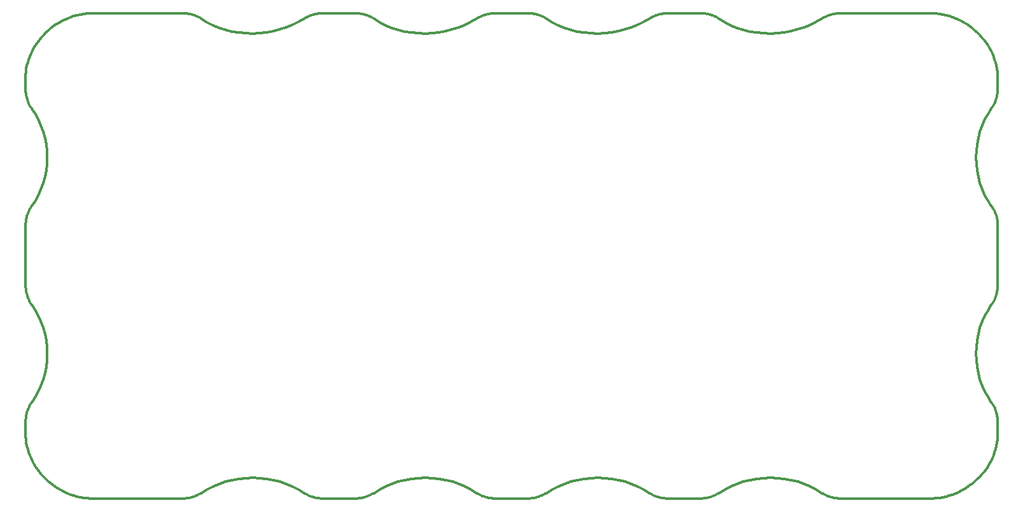
<source format=gm1>
G04 #@! TF.GenerationSoftware,KiCad,Pcbnew,6.99.0-unknown-fe82f2dd40~146~ubuntu20.04.1*
G04 #@! TF.CreationDate,2022-02-10T10:32:34+09:00*
G04 #@! TF.ProjectId,bGeigieZen V2,62476569-6769-4655-9a65-6e2056322e6b,V2.0.0*
G04 #@! TF.SameCoordinates,Original*
G04 #@! TF.FileFunction,Profile,NP*
%FSLAX46Y46*%
G04 Gerber Fmt 4.6, Leading zero omitted, Abs format (unit mm)*
G04 Created by KiCad (PCBNEW 6.99.0-unknown-fe82f2dd40~146~ubuntu20.04.1) date 2022-02-10 10:32:34*
%MOMM*%
%LPD*%
G01*
G04 APERTURE LIST*
G04 #@! TA.AperFunction,Profile*
%ADD10C,0.358429*%
G04 #@! TD*
G04 APERTURE END LIST*
D10*
X174598542Y-131255408D02*
X169939415Y-131255408D01*
X206704062Y-66820288D02*
X207136872Y-66916099D01*
X213353563Y-79125140D02*
X213276040Y-79248618D01*
X175634627Y-66829800D02*
X175778594Y-66871009D01*
X212772620Y-79987178D02*
X212336322Y-80760432D01*
X86387142Y-70198077D02*
X86662948Y-69864555D01*
X123523405Y-131212382D02*
X123375121Y-131188894D01*
X166893115Y-67811427D02*
X167669785Y-67351386D01*
X192923043Y-66665610D02*
X204922097Y-66665610D01*
X140505604Y-69061518D02*
X141391117Y-68838776D01*
X129953910Y-66916514D02*
X130094916Y-66966268D01*
X157165363Y-129026995D02*
X156301191Y-129316332D01*
X87583304Y-128980165D02*
X87261905Y-128686156D01*
X168621535Y-66924171D02*
X168762967Y-66875438D01*
X213276009Y-118578193D02*
X213354436Y-118701312D01*
X145492159Y-130955261D02*
X145352834Y-130901316D01*
X89774675Y-67507295D02*
X90177112Y-67329686D01*
X123972176Y-131255408D02*
X123822067Y-131245687D01*
X86127973Y-70543379D02*
X86387142Y-70198077D01*
X213298520Y-72028294D02*
X213463673Y-72422114D01*
X192033341Y-66790810D02*
X192178610Y-66755634D01*
X85272140Y-72028521D02*
X85457527Y-71643031D01*
X84663449Y-74066829D02*
X84740345Y-73646696D01*
X162603864Y-128641225D02*
X161693141Y-128544777D01*
X213946806Y-77504400D02*
X213922224Y-77646438D01*
X213353533Y-105249850D02*
X213276009Y-105373328D01*
X204922081Y-131255561D02*
X192923043Y-131255561D01*
X106827170Y-131049689D02*
X106683397Y-131091393D01*
X176200503Y-130899278D02*
X176061266Y-130953528D01*
X213557367Y-92962764D02*
X213621388Y-93093924D01*
X129667390Y-66829800D02*
X129811357Y-66871009D01*
X122654293Y-66924171D02*
X122795725Y-66875438D01*
X85009775Y-104866570D02*
X84950368Y-104734601D01*
X85272291Y-125893244D02*
X85107133Y-125499420D01*
X87308439Y-113725364D02*
X87409126Y-112852984D01*
X187358372Y-68838776D02*
X188224201Y-68555756D01*
X117521987Y-69061518D02*
X118407501Y-68838776D01*
X87409132Y-111098306D02*
X87308451Y-110225919D01*
X168903313Y-131091657D02*
X168759342Y-131050479D01*
X213777550Y-78204902D02*
X213730043Y-78341454D01*
X189876736Y-67811425D02*
X190653405Y-67351386D01*
X165253242Y-129316349D02*
X164389088Y-129027012D01*
X183748394Y-69361712D02*
X184662852Y-69323622D01*
X106827736Y-66871009D02*
X106970289Y-66916514D01*
X175921147Y-66916514D02*
X176062152Y-66966268D01*
X146955803Y-131255408D02*
X146805694Y-131245687D01*
X85554864Y-92088680D02*
X85798180Y-91714752D01*
X161693141Y-128544777D02*
X160777242Y-128512626D01*
X107523686Y-67140555D02*
X107657161Y-67206834D01*
X153216892Y-130899278D02*
X153077656Y-130953528D01*
X123672432Y-131231329D02*
X123523405Y-131212382D01*
X159850701Y-69336985D02*
X160764771Y-69361718D01*
X213981704Y-103343018D02*
X213966639Y-103486355D01*
X192772931Y-131245839D02*
X192623294Y-131231481D01*
X213730325Y-73231941D02*
X213830376Y-73646562D01*
X84840469Y-124689592D02*
X84740408Y-124274973D01*
X189075135Y-129670135D02*
X188236851Y-129316502D01*
X213562798Y-119084326D02*
X213623275Y-119216070D01*
X84610445Y-123429790D02*
X84581989Y-123000613D01*
X212336305Y-90941603D02*
X212772610Y-91714880D01*
X213991936Y-94627570D02*
X213991936Y-103199225D01*
X112076547Y-69096503D02*
X112974788Y-69248789D01*
X210987496Y-68941403D02*
X211308898Y-69235412D01*
X213607885Y-125097840D02*
X213463729Y-125499263D01*
X152359370Y-66760462D02*
X152505761Y-66792936D01*
X211430129Y-114587896D02*
X211665057Y-115435509D01*
X191746596Y-66875443D02*
X191889329Y-66830867D01*
X133315026Y-68597101D02*
X134177366Y-68879485D01*
X93648639Y-66665610D02*
X105647683Y-66665610D01*
X176201476Y-67020224D02*
X176338984Y-67078336D01*
X158050228Y-128801956D02*
X157165363Y-129026995D01*
X213426947Y-78999409D02*
X213353563Y-79125140D01*
X213426917Y-105124120D02*
X213353533Y-105249850D01*
X211665072Y-89310803D02*
X211967126Y-90138592D01*
X84845153Y-104465406D02*
X84799171Y-104328502D01*
X84648607Y-94055482D02*
X84677874Y-93914286D01*
X159861341Y-128544771D02*
X158950612Y-128641215D01*
X130771601Y-130643361D02*
X130640043Y-130712984D01*
X93648643Y-131255439D02*
X93197010Y-131252545D01*
X153355365Y-67078336D02*
X153490923Y-67140555D01*
X116636616Y-128641225D02*
X115725893Y-128544777D01*
X211309164Y-128685977D02*
X210987780Y-128980000D01*
X106683397Y-131091393D02*
X106538345Y-131128722D01*
X84632041Y-103627324D02*
X84610561Y-103484881D01*
X152063686Y-66708876D02*
X152211967Y-66732427D01*
X213922224Y-77646438D02*
X213892958Y-77787635D01*
X212336322Y-80760432D02*
X211967146Y-81563424D01*
X151765030Y-66675421D02*
X151914663Y-66689859D01*
X153078532Y-66966268D02*
X153217856Y-67020224D01*
X174598542Y-66665610D02*
X174748650Y-66675421D01*
X89381999Y-130218005D02*
X88999110Y-130003707D01*
X208796087Y-130414242D02*
X208393653Y-130591828D01*
X204922173Y-66665717D02*
X205373796Y-66668673D01*
X85074671Y-92830378D02*
X85143863Y-92702523D01*
X212772594Y-106111891D02*
X212336300Y-106885145D01*
X129811357Y-66871009D02*
X129953910Y-66916514D01*
X84663492Y-123854808D02*
X84610445Y-123429790D01*
X84578853Y-103199073D02*
X84578853Y-94627387D01*
X84610561Y-103484881D02*
X84592861Y-103342077D01*
X151614930Y-131255408D02*
X146955807Y-131255408D01*
X107917321Y-67351386D02*
X108688176Y-67833688D01*
X211161654Y-86728327D02*
X211262336Y-87600714D01*
X153217856Y-67020224D02*
X153355365Y-67078336D01*
X107110412Y-130953542D02*
X106969547Y-131003706D01*
X129953167Y-131003694D02*
X129810790Y-131049678D01*
X113883453Y-69336980D02*
X114797523Y-69361712D01*
X213496113Y-104996265D02*
X213426917Y-105124120D01*
X151914663Y-66689859D02*
X152063686Y-66708876D01*
X105647683Y-66665610D02*
X105797791Y-66675421D01*
X213015934Y-92088820D02*
X213276040Y-92453467D01*
X169939423Y-131255408D02*
X169789314Y-131245687D01*
X84892572Y-78478011D02*
X84843961Y-78342120D01*
X175920401Y-131003694D02*
X175778024Y-131049678D01*
X211907576Y-69864320D02*
X212183405Y-70197834D01*
X167798671Y-130644407D02*
X167669777Y-130570136D01*
X87261905Y-128686156D02*
X86954974Y-128378285D01*
X86603668Y-107688037D02*
X86234492Y-106885022D01*
X191047009Y-130781145D02*
X190913542Y-130714861D01*
X92305327Y-131174673D02*
X91866723Y-131101081D01*
X167669777Y-67351386D02*
X167934656Y-67217566D01*
X213920831Y-120180557D02*
X213945357Y-120322656D01*
X213945675Y-94051703D02*
X213968620Y-94193840D01*
X121962678Y-130714709D02*
X121831431Y-130644407D01*
X145359037Y-67032668D02*
X145497802Y-66976702D01*
X213859058Y-77927864D02*
X213820572Y-78066996D01*
X146955796Y-66665610D02*
X151614922Y-66665610D01*
X87140629Y-88463130D02*
X87308438Y-87600662D01*
X211262335Y-110225973D02*
X211161649Y-111098353D01*
X84711775Y-93774058D02*
X84750260Y-93634928D01*
X169489205Y-66701367D02*
X169638115Y-66683002D01*
X185587471Y-128641378D02*
X184676747Y-128544930D01*
X146211357Y-66755631D02*
X146357862Y-66725697D01*
X106244728Y-66732427D02*
X106392131Y-66760462D01*
X191889329Y-66830867D02*
X192033341Y-66790810D01*
X152359375Y-131161573D02*
X152212114Y-131189864D01*
X106538345Y-131128722D02*
X106392129Y-131161579D01*
X133317569Y-129316332D02*
X132479264Y-129669968D01*
X84962952Y-125097972D02*
X84840469Y-124689592D01*
X84892726Y-93225405D02*
X84949053Y-93091947D01*
X123822067Y-131245687D02*
X123672432Y-131231329D01*
X89775017Y-130414281D02*
X89381999Y-130218005D01*
X146804569Y-66670962D02*
X146955796Y-66665610D01*
X84677874Y-93914286D02*
X84711775Y-93774058D01*
X167929920Y-130714709D02*
X167798671Y-130644407D01*
X155462885Y-129669968D02*
X154655619Y-130087902D01*
X152505590Y-131128714D02*
X152359375Y-131161573D01*
X85074673Y-118955042D02*
X85143864Y-118827187D01*
X85294767Y-79248435D02*
X85213233Y-79126453D01*
X140520612Y-128801970D02*
X139620238Y-128641225D01*
X191182563Y-130843363D02*
X191047009Y-130781145D01*
X128631302Y-66665610D02*
X128781411Y-66675421D01*
X135066605Y-128801956D02*
X134181740Y-129026995D01*
X87308451Y-110225919D02*
X87140647Y-109363441D01*
X211430158Y-83238795D02*
X211262348Y-84101264D01*
X85143863Y-92702523D02*
X85217245Y-92576793D01*
X209944037Y-129771974D02*
X209572002Y-130003622D01*
X145221640Y-67091708D02*
X145359037Y-67032668D01*
X213015940Y-79613252D02*
X212772620Y-79987178D01*
X211262336Y-87600714D02*
X211430142Y-88463192D01*
X211430142Y-88463192D02*
X211665072Y-89310803D01*
X132479264Y-129669968D02*
X131671999Y-130087902D01*
X85004509Y-78744235D02*
X84945998Y-78612121D01*
X212336285Y-117066315D02*
X212772585Y-117839598D01*
X130234240Y-67020224D02*
X130371749Y-67078336D01*
X84578853Y-77074347D02*
X84578853Y-75353476D01*
X191188892Y-67091714D02*
X191326290Y-67032675D01*
X85457527Y-71643031D02*
X85662443Y-71266548D01*
X84578849Y-75353553D02*
X84581978Y-74920950D01*
X158942036Y-69248793D02*
X159850701Y-69336985D01*
X122238023Y-67091708D02*
X122375421Y-67032668D01*
X186472859Y-69061518D02*
X187358372Y-68838776D01*
X85662443Y-71266548D02*
X85886166Y-70899767D01*
X136877717Y-128544771D02*
X135966988Y-128641215D01*
X86603646Y-90138503D02*
X86905698Y-89310729D01*
X213991936Y-103199225D02*
X213981704Y-103343018D01*
X84589098Y-120608289D02*
X84604172Y-120464952D01*
X85143864Y-118827187D02*
X85217245Y-118701457D01*
X213879879Y-93771265D02*
X213915937Y-93910835D01*
X86234493Y-80760319D02*
X85798192Y-79987040D01*
X86954974Y-128378285D02*
X86663234Y-128057244D01*
X205373850Y-131252682D02*
X204922158Y-131255591D01*
X213968620Y-94193840D02*
X213984296Y-94337217D01*
X152937527Y-66916514D02*
X153078532Y-66966268D01*
X106244867Y-131189868D02*
X106096675Y-131213492D01*
X168342661Y-67032668D02*
X168481425Y-66976702D01*
X189882375Y-130088064D02*
X189075135Y-129670135D01*
X209571675Y-67917837D02*
X209943716Y-68149473D01*
X192472831Y-66701369D02*
X192621740Y-66683003D01*
X135966988Y-128641215D02*
X135066605Y-128801956D01*
X143909480Y-67811425D02*
X144686150Y-67351386D01*
X129522144Y-66792936D02*
X129667390Y-66829800D01*
X175047306Y-66708876D02*
X175195586Y-66732427D01*
X129810790Y-131049678D02*
X129667017Y-131091383D01*
X85107133Y-125499420D02*
X84962952Y-125097972D01*
X120925867Y-67811425D02*
X121702538Y-67351386D01*
X108688176Y-67833688D02*
X109494544Y-68248714D01*
X144686154Y-67351386D02*
X144951032Y-67217566D01*
X84740408Y-124274973D02*
X84663492Y-123854808D01*
X84843961Y-78342120D02*
X84799897Y-78204661D01*
X213276009Y-105373328D02*
X213015911Y-105737963D01*
X206265464Y-66746651D02*
X206704062Y-66820288D01*
X120114459Y-68213093D02*
X120925867Y-67811425D01*
X168063390Y-130780992D02*
X167929920Y-130714709D01*
X84663741Y-77643453D02*
X84638384Y-77501380D01*
X85457702Y-126278749D02*
X85272291Y-125893244D01*
X153755221Y-130643361D02*
X153623664Y-130712984D01*
X130640783Y-67206834D02*
X130772042Y-67277127D01*
X156301191Y-129316332D02*
X155462885Y-129669968D01*
X85662642Y-126655243D02*
X85457702Y-126278749D01*
X158950612Y-128641215D02*
X158050228Y-128801956D01*
X176338984Y-67078336D02*
X176474543Y-67140555D01*
X84578853Y-120752082D02*
X84589098Y-120608289D01*
X122514185Y-66976702D02*
X122654293Y-66924171D01*
X179284795Y-129316484D02*
X178446489Y-129670120D01*
X153884568Y-130570136D02*
X153755221Y-130643361D01*
X211308898Y-69235412D02*
X211615833Y-69543281D01*
X107522769Y-130778920D02*
X107387139Y-130841052D01*
X91866723Y-131101081D02*
X91433910Y-131005309D01*
X213113112Y-71642793D02*
X213298520Y-72028294D01*
X175195586Y-66732427D02*
X175342989Y-66760462D01*
X131671999Y-130087902D02*
X130900948Y-130570136D01*
X211161660Y-84973646D02*
X211128095Y-85850985D01*
X213891808Y-120039250D02*
X213920831Y-120180557D01*
X129375749Y-131161573D02*
X129228487Y-131189864D01*
X177639043Y-67833688D02*
X178445411Y-68248714D01*
X213463673Y-72422114D02*
X213607849Y-72823561D01*
X145497802Y-66976702D02*
X145637911Y-66924171D01*
X210304494Y-129523692D02*
X209944037Y-129771974D01*
X175778594Y-66871009D02*
X175921147Y-66916514D01*
X88999110Y-130003707D02*
X88627073Y-129772082D01*
X84750260Y-93634928D02*
X84793280Y-93497023D01*
X91433656Y-66916049D02*
X91866506Y-66820210D01*
X121702538Y-130570136D02*
X120931516Y-130087912D01*
X107387139Y-130841052D02*
X107249648Y-130899291D01*
X166081707Y-68213098D02*
X166893115Y-67811427D01*
X205821801Y-66695882D02*
X206265464Y-66746651D01*
X213858288Y-119898877D02*
X213891808Y-120039250D01*
X213907273Y-123854787D02*
X213830380Y-124274909D01*
X121967416Y-67217566D02*
X122238023Y-67091708D01*
X178445411Y-68248714D02*
X179282275Y-68597101D01*
X207982234Y-67171474D02*
X208393340Y-67329652D01*
X128781411Y-66675421D02*
X128931044Y-66689859D01*
X176062152Y-66966268D02*
X176201476Y-67020224D01*
X168475777Y-130955261D02*
X168336452Y-130901316D01*
X134181740Y-129026995D02*
X133317569Y-129316332D01*
X213777762Y-119621512D02*
X213820272Y-119759583D01*
X145079772Y-130780992D02*
X144946303Y-130714709D01*
X207982532Y-130750006D02*
X207563446Y-130888083D01*
X107249648Y-130899291D02*
X107110412Y-130953542D01*
X115725893Y-128544777D02*
X114809994Y-128512626D01*
X111193748Y-68879485D02*
X112076547Y-69096503D01*
X92748996Y-131225392D02*
X92305327Y-131174673D01*
X213276040Y-79248618D02*
X213015940Y-79613252D01*
X152794415Y-131049678D02*
X152650642Y-131091383D01*
X85073832Y-104996572D02*
X85009775Y-104866570D01*
X190653405Y-67351386D02*
X190918283Y-67217571D01*
X84604172Y-120464952D02*
X84624027Y-120322199D01*
X208795764Y-67507234D02*
X209188784Y-67703527D01*
X144951032Y-67217566D02*
X145221640Y-67091708D01*
X105947424Y-66689859D02*
X106096448Y-66708876D01*
X111198116Y-129026995D02*
X110333944Y-129316332D01*
X166091525Y-129669983D02*
X165253242Y-129316349D01*
X87409132Y-84973598D02*
X87308451Y-84101211D01*
X160777242Y-128512626D02*
X159861341Y-128544771D01*
X86603669Y-81563331D02*
X86234493Y-80760319D01*
X115711980Y-69323622D02*
X116621808Y-69223345D01*
X87140630Y-114587831D02*
X87308439Y-113725364D01*
X213730343Y-124689491D02*
X213607885Y-125097840D01*
X192325114Y-66725700D02*
X192472831Y-66701369D01*
X91433910Y-131005309D02*
X91007610Y-130888049D01*
X130640043Y-130712984D02*
X130506391Y-130778909D01*
X85798192Y-106111740D02*
X85554870Y-105737797D01*
X84760111Y-78065851D02*
X84724336Y-77925903D01*
X176607276Y-130712984D02*
X176473624Y-130778909D01*
X85217245Y-118701457D02*
X85294767Y-118577979D01*
X129080295Y-131213489D02*
X128931289Y-131232353D01*
X211967146Y-81563424D02*
X211665091Y-82391197D01*
X85886166Y-70899767D02*
X86127973Y-70543379D01*
X189065329Y-68213093D02*
X189876736Y-67811425D01*
X122795725Y-66875438D02*
X122938457Y-66830862D01*
X131671795Y-67833688D02*
X132478163Y-68248714D01*
X84740345Y-73646696D02*
X84840386Y-73232106D01*
X107917325Y-130570136D02*
X107787978Y-130643366D01*
X123227738Y-66755631D02*
X123374242Y-66725697D01*
X190913542Y-130714861D02*
X190782296Y-130644560D01*
X169049712Y-66790806D02*
X169194982Y-66755631D01*
X181925658Y-69248789D02*
X182834323Y-69336980D01*
X192325980Y-131189046D02*
X192178571Y-131161064D01*
X107656421Y-130712993D02*
X107522769Y-130778920D01*
X213621767Y-78609982D02*
X213561099Y-78741701D01*
X211967109Y-116263300D02*
X212336285Y-117066315D01*
X84711782Y-119898730D02*
X84750267Y-119759598D01*
X169788195Y-66670962D02*
X169939423Y-66665610D01*
X153354383Y-130841039D02*
X153216892Y-130899278D01*
X123374242Y-66725697D02*
X123521960Y-66701367D01*
X162589056Y-69223352D02*
X163489236Y-69061525D01*
X179282275Y-68597101D02*
X180144616Y-68879485D01*
X211907798Y-128057043D02*
X211616077Y-128378093D01*
X128631302Y-131255408D02*
X123972180Y-131255408D01*
X209943716Y-68149473D02*
X210304182Y-68397741D01*
X112082981Y-128801956D02*
X111198116Y-129026995D01*
X141405462Y-129027012D02*
X140520612Y-128801970D01*
X183760848Y-128512778D02*
X182844946Y-128544924D01*
X213991860Y-122568122D02*
X213988736Y-123000701D01*
X181934217Y-128641367D02*
X181033833Y-128802108D01*
X122375421Y-67032668D02*
X122514185Y-66976702D01*
X175489199Y-131128714D02*
X175342984Y-131161573D01*
X153884568Y-67351386D02*
X154655423Y-67833688D01*
X213561099Y-78741701D02*
X213496142Y-78871553D01*
X146507032Y-131212382D02*
X146358748Y-131188894D01*
X86905700Y-115435428D02*
X87140630Y-114587831D01*
X114797523Y-69361712D02*
X115711980Y-69323622D01*
X213015911Y-105737963D02*
X212772594Y-106111891D01*
X213988753Y-74920942D02*
X213991875Y-75353598D01*
X205373796Y-66668673D02*
X205821801Y-66695882D01*
X181027416Y-69096503D02*
X181925658Y-69248789D01*
X121831431Y-130644407D02*
X121702538Y-130570136D01*
X91007610Y-130888049D02*
X90588545Y-130749996D01*
X213946790Y-103629108D02*
X213922207Y-103771148D01*
X84657387Y-103769245D02*
X84632041Y-103627324D01*
X213738529Y-93360641D02*
X213790701Y-93496138D01*
X166898764Y-130087912D02*
X166091525Y-129669983D01*
X145922076Y-66830862D02*
X146066088Y-66790806D01*
X178446489Y-129670120D02*
X177639224Y-130088055D01*
X206265631Y-131174773D02*
X205821916Y-131225512D01*
X119285994Y-129316349D02*
X118421840Y-129027012D01*
X129228487Y-131189864D02*
X129080295Y-131213489D01*
X139620238Y-128641225D02*
X138709516Y-128544777D01*
X128781586Y-131246358D02*
X128631302Y-131255408D01*
X85107006Y-72422325D02*
X85272140Y-72028521D01*
X84589095Y-94483599D02*
X84604168Y-94340267D01*
X213777527Y-104329615D02*
X213730018Y-104466167D01*
X212183604Y-127723519D02*
X211907798Y-128057043D01*
X213730018Y-104466167D02*
X213678073Y-104601237D01*
X107787978Y-130643366D02*
X107656421Y-130712993D01*
X152505761Y-66792936D02*
X152651007Y-66829800D01*
X85068373Y-78874138D02*
X85004509Y-78744235D01*
X213837976Y-93633023D02*
X213879879Y-93771265D01*
X208393653Y-130591828D02*
X207982532Y-130750006D01*
X93197010Y-131252545D02*
X92748996Y-131225392D01*
X213490345Y-92833108D02*
X213557367Y-92962764D01*
X86954671Y-69543506D02*
X87261586Y-69235623D01*
X213820550Y-104191709D02*
X213777527Y-104329615D01*
X191742954Y-131050631D02*
X191600398Y-131005150D01*
X87308438Y-87600662D02*
X87409125Y-86728279D01*
X84840785Y-93360473D02*
X84892726Y-93225405D01*
X84581978Y-74920950D02*
X84610419Y-74491812D01*
X213463729Y-125499263D02*
X213298597Y-125893066D01*
X144815055Y-130644407D02*
X144686161Y-130570136D01*
X213679262Y-119349612D02*
X213730758Y-119484807D01*
X117536989Y-128801970D02*
X116636616Y-128641225D01*
X213965384Y-120465403D02*
X213980911Y-120608654D01*
X85798181Y-117839447D02*
X86234475Y-117066192D01*
X88266611Y-129523820D02*
X87918447Y-129259617D01*
X88626718Y-68149608D02*
X88998756Y-67917949D01*
X85554864Y-118213374D02*
X85798181Y-117839447D01*
X128931289Y-131232353D02*
X128781586Y-131246358D01*
X169341487Y-66725697D02*
X169489205Y-66701367D01*
X160764771Y-69361718D02*
X161679229Y-69323628D01*
X116621808Y-69223345D02*
X117521987Y-69061518D01*
X213960314Y-74491755D02*
X213988753Y-74920942D01*
X92748873Y-66695750D02*
X93196944Y-66668515D01*
X146505580Y-66701367D02*
X146654489Y-66683002D01*
X213820272Y-119759583D02*
X213858288Y-119898877D01*
X161679229Y-69323628D02*
X162589056Y-69223352D01*
X84578853Y-122567939D02*
X84578853Y-120752082D01*
X146656059Y-131231329D02*
X146507032Y-131212382D01*
X122096147Y-130780992D02*
X121962678Y-130714709D01*
X106096675Y-131213492D02*
X105947670Y-131232354D01*
X88627073Y-129772082D02*
X88266611Y-129523820D01*
X109495639Y-129669968D02*
X108688374Y-130087902D01*
X84950368Y-104734601D02*
X84895523Y-104600826D01*
X87442690Y-85850940D02*
X87409132Y-84973598D01*
X108688374Y-130087902D02*
X107917323Y-130570136D01*
X87409126Y-112852984D02*
X87442690Y-111975646D01*
X152936792Y-131003694D02*
X152794415Y-131049678D01*
X153490923Y-67140555D02*
X153624398Y-67206834D01*
X191605164Y-66924178D02*
X191746596Y-66875443D01*
X87140647Y-109363441D02*
X86905719Y-108515829D01*
X142269615Y-129316349D02*
X141405462Y-129027012D01*
X138695597Y-69323622D02*
X139605425Y-69223345D01*
X211665057Y-115435509D02*
X211967109Y-116263300D01*
X165240579Y-68555761D02*
X166081707Y-68213098D01*
X85009718Y-92960229D02*
X85074671Y-92830378D01*
X107388127Y-67078336D02*
X107523686Y-67140555D01*
X176473624Y-130778909D02*
X176337994Y-130841039D01*
X135060165Y-69096503D02*
X135958406Y-69248789D01*
X119273331Y-68555756D02*
X120114459Y-68213093D01*
X136867070Y-69336980D02*
X137781140Y-69361712D01*
X84750267Y-119759598D02*
X84793286Y-119621692D01*
X212908298Y-126655040D02*
X212684576Y-127021824D01*
X84624027Y-120322199D02*
X84648613Y-120180159D01*
X114809994Y-128512626D02*
X113894093Y-128544771D01*
X86387407Y-127723726D02*
X86128218Y-127378424D01*
X107788419Y-67277127D02*
X107917325Y-67351386D01*
X211128095Y-85850985D02*
X211161654Y-86728327D01*
X192178610Y-66755634D02*
X192325114Y-66725700D01*
X207563446Y-130888083D02*
X207137119Y-131005365D01*
X145633166Y-131004998D02*
X145492159Y-130955261D01*
X105797791Y-66675421D02*
X105947424Y-66689859D01*
X86128218Y-127378424D02*
X85886388Y-127022032D01*
X207563171Y-67033392D02*
X207982234Y-67171474D01*
X213354436Y-118701312D02*
X213428377Y-118826803D01*
X129228349Y-66732427D02*
X129375752Y-66760462D01*
X146654489Y-66683002D02*
X146804569Y-66670962D01*
X123521960Y-66701367D02*
X123670870Y-66683002D01*
X169789314Y-131245687D02*
X169639679Y-131231329D01*
X112974788Y-69248789D02*
X113883453Y-69336980D01*
X84799897Y-78204661D02*
X84760111Y-78065851D01*
X123227713Y-131160912D02*
X123081317Y-131128483D01*
X207136872Y-66916099D02*
X207563171Y-67033392D01*
X85798192Y-79987040D02*
X85554870Y-79613099D01*
X86234475Y-117066192D02*
X86603648Y-116263201D01*
X174898283Y-66689859D02*
X175047306Y-66708876D01*
X122369208Y-130901316D02*
X122231701Y-130843211D01*
X87582971Y-68941599D02*
X87918103Y-68662126D01*
X137781140Y-69361712D02*
X138695597Y-69323622D01*
X143915137Y-130087912D02*
X143107898Y-129669983D01*
X185572679Y-69223345D02*
X186472859Y-69061518D01*
X123081317Y-131128483D02*
X122936066Y-131091657D01*
X123820949Y-66670962D02*
X123972176Y-66665610D01*
X145775722Y-131050479D02*
X145633166Y-131004998D01*
X153623664Y-130712984D02*
X153490012Y-130778909D01*
X130094916Y-66966268D02*
X130234240Y-67020224D01*
X90588545Y-130749996D02*
X90177440Y-130591843D01*
X191326290Y-67032675D02*
X191465054Y-66976708D01*
X84624021Y-94197518D02*
X84648607Y-94055482D01*
X213420795Y-92704988D02*
X213490345Y-92833108D01*
X87918447Y-129259617D02*
X87583304Y-128980165D01*
X213981719Y-77218318D02*
X213966655Y-77361651D01*
X177639224Y-130088055D02*
X176868172Y-130570289D01*
X84638384Y-77501380D02*
X84615962Y-77359028D01*
X106538523Y-66792936D02*
X106683769Y-66829800D01*
X181033833Y-128802108D02*
X180148967Y-129027147D01*
X86905698Y-89310729D02*
X87140629Y-88463130D01*
X141391117Y-68838776D02*
X142256946Y-68555756D01*
X84615962Y-77359028D02*
X84578853Y-77074347D01*
X168481425Y-66976702D02*
X168621535Y-66924171D01*
X213945357Y-120322656D02*
X213965384Y-120465403D01*
X112983364Y-128641215D02*
X112082981Y-128801956D01*
X190918283Y-67217571D02*
X191188892Y-67091714D01*
X122231701Y-130843211D02*
X122096147Y-130780992D01*
X85886388Y-127022032D02*
X85662642Y-126655243D01*
X123375121Y-131188894D02*
X123227713Y-131160912D01*
X84610419Y-74491812D02*
X84663449Y-74066829D01*
X182834323Y-69336980D02*
X183748394Y-69361712D01*
X175342984Y-131161573D02*
X175195723Y-131189864D01*
X86662948Y-69864555D02*
X86954671Y-69543506D01*
X192621740Y-66683003D02*
X192771818Y-66670963D01*
X175342989Y-66760462D02*
X175489381Y-66792936D01*
X106969547Y-131003706D02*
X106827170Y-131049689D01*
X209572002Y-130003622D02*
X209189111Y-130217942D01*
X207137119Y-131005365D02*
X206704273Y-131101160D01*
X156298655Y-68597103D02*
X157160995Y-68879488D01*
X84581989Y-123000613D02*
X84578849Y-122567969D01*
X84692302Y-77785032D02*
X84663741Y-77643453D01*
X142256946Y-68555756D02*
X143098073Y-68213093D01*
X175489381Y-66792936D02*
X175634627Y-66829800D01*
X110333944Y-129316332D02*
X109495639Y-129669968D01*
X86663234Y-128057244D02*
X86387407Y-127723726D01*
X158043795Y-69096506D02*
X158942036Y-69248793D01*
X213907280Y-74066731D02*
X213960314Y-74491755D01*
X85137858Y-79001615D02*
X85068373Y-78874138D01*
X175634251Y-131091383D02*
X175489199Y-131128714D01*
X85142625Y-105124448D02*
X85073832Y-104996572D01*
X209189111Y-130217942D02*
X208796087Y-130414242D01*
X84799171Y-104328502D02*
X84757491Y-104190272D01*
X213922207Y-103771148D02*
X213892940Y-103912347D01*
X212183405Y-70197834D02*
X212442597Y-70543131D01*
X130506391Y-130778909D02*
X130370760Y-130841039D01*
X152651007Y-66829800D02*
X152794974Y-66871009D01*
X213991951Y-77074530D02*
X213981719Y-77218318D01*
X212772585Y-117839598D02*
X213015906Y-118213541D01*
X192178571Y-131161064D02*
X192032175Y-131128636D01*
X151914916Y-131232353D02*
X151765214Y-131246358D01*
X175195723Y-131189864D02*
X175047531Y-131213489D01*
X145352834Y-130901316D02*
X145215327Y-130843211D01*
X213991936Y-120752265D02*
X213991936Y-122568152D01*
X84793280Y-93497023D02*
X84840785Y-93360473D01*
X211161643Y-112853032D02*
X211262325Y-113725419D01*
X182844946Y-128544924D02*
X181934217Y-128641367D01*
X129080068Y-66708876D02*
X129228349Y-66732427D01*
X105797967Y-131246358D02*
X105647683Y-131255408D01*
X168198945Y-130843211D02*
X168063390Y-130780992D01*
X152212114Y-131189864D02*
X152063922Y-131213489D01*
X123082469Y-66790806D02*
X123227738Y-66755631D01*
X213276009Y-92453467D02*
X213420795Y-92704988D01*
X146211340Y-131160912D02*
X146064944Y-131128483D01*
X128931044Y-66689859D02*
X129080068Y-66708876D01*
X212442597Y-70543131D02*
X212684427Y-70899519D01*
X213966655Y-77361651D02*
X213946806Y-77504400D01*
X213428377Y-118826803D02*
X213497831Y-118954522D01*
X84677881Y-120038960D02*
X84711782Y-119898730D01*
X213561070Y-104866413D02*
X213496113Y-104996265D01*
X213892940Y-103912347D02*
X213859038Y-104052577D01*
X213991951Y-75353660D02*
X213991951Y-77074530D01*
X211967126Y-90138592D02*
X212336305Y-90941603D01*
X213830380Y-124274909D02*
X213730343Y-124689491D01*
X113894093Y-128544771D02*
X112983364Y-128641215D01*
X211161649Y-111098353D02*
X211128085Y-111975692D01*
X211262348Y-84101264D02*
X211161660Y-84973646D01*
X84840386Y-73232106D02*
X84962847Y-72823751D01*
X212684427Y-70899519D02*
X212908173Y-71266303D01*
X153077656Y-130953528D02*
X152936792Y-131003694D01*
X84949057Y-119216612D02*
X85009721Y-119084894D01*
X85294767Y-105373175D02*
X85216241Y-105250036D01*
X168616785Y-131004998D02*
X168475777Y-130955261D01*
X176474543Y-67140555D02*
X176608018Y-67206834D01*
X84757491Y-104190272D02*
X84720025Y-104050880D01*
X86905719Y-108515829D02*
X86603668Y-107688037D01*
X153624398Y-67206834D02*
X153755655Y-67277127D01*
X210304182Y-68397741D02*
X210652349Y-68661948D01*
X184676747Y-128544930D02*
X183760848Y-128512778D01*
X84895523Y-104600826D02*
X84845153Y-104465406D01*
X84724336Y-77925903D02*
X84692302Y-77785032D01*
X90177112Y-67329686D02*
X90588236Y-67171480D01*
X91866506Y-66820210D02*
X92305153Y-66746546D01*
X210652349Y-68661948D02*
X210987496Y-68941403D01*
X169194982Y-66755631D02*
X169341487Y-66725697D01*
X212772610Y-91714880D02*
X213015934Y-92088820D01*
X85554870Y-79613099D02*
X85294767Y-79248450D01*
X90588236Y-67171480D02*
X91007325Y-67033370D01*
X107250619Y-67020224D02*
X107388127Y-67078336D01*
X213621740Y-104734695D02*
X213561070Y-104866413D01*
X169939415Y-66665610D02*
X174598542Y-66665610D01*
X146066088Y-66790806D02*
X146211357Y-66755631D01*
X191459391Y-130955414D02*
X191320068Y-130901469D01*
X122649539Y-131004998D02*
X122508532Y-130955261D01*
X130507308Y-67140555D02*
X130640783Y-67206834D01*
X151765214Y-131246358D02*
X151614930Y-131255408D01*
X84686685Y-103910483D02*
X84657387Y-103769245D01*
X213681933Y-93226559D02*
X213738529Y-93360641D01*
X213496142Y-78871553D02*
X213426947Y-78999409D01*
X86234492Y-106885022D02*
X85798192Y-106111740D01*
X213607849Y-72823561D02*
X213730325Y-73231941D01*
X213497831Y-118954522D02*
X213562798Y-119084326D01*
X213960299Y-123429820D02*
X213907273Y-123854787D01*
X84793286Y-119621692D02*
X84840790Y-119485140D01*
X154655619Y-130087902D02*
X153884568Y-130570136D01*
X144686158Y-130570136D02*
X143915137Y-130087912D01*
X130371749Y-67078336D02*
X130507308Y-67140555D01*
X87140648Y-83238733D02*
X86905720Y-82391121D01*
X85554870Y-105737797D02*
X85294767Y-105373145D01*
X212908173Y-71266303D02*
X213113112Y-71642793D01*
X84945998Y-78612121D02*
X84892572Y-78478011D01*
X106683769Y-66829800D02*
X106827736Y-66871009D01*
X88266260Y-68397898D02*
X88626718Y-68149608D01*
X123670870Y-66683002D02*
X123820949Y-66670962D01*
X107657161Y-67206834D02*
X107788419Y-67277127D01*
X134177366Y-68879485D02*
X135060165Y-69096503D01*
X211615833Y-69543281D02*
X211907576Y-69864320D01*
X211128085Y-111975692D02*
X211161643Y-112853032D01*
X175047531Y-131213489D02*
X174898526Y-131232353D01*
X93196944Y-66668515D02*
X93648643Y-66665534D01*
X85294767Y-118578009D02*
X85554864Y-118213374D01*
X213678098Y-78476523D02*
X213621767Y-78609982D01*
X191320068Y-130901469D02*
X191182563Y-130843363D01*
X176739275Y-67277127D02*
X176868180Y-67351386D01*
X213830376Y-73646562D02*
X213907280Y-74066731D01*
X211967126Y-107688137D02*
X211665074Y-108515909D01*
X191600398Y-131005150D02*
X191459391Y-130955414D01*
X92305153Y-66746546D02*
X92748873Y-66695750D01*
X84604168Y-94340267D02*
X84624021Y-94197518D01*
X213113212Y-126278556D02*
X212908298Y-126655040D01*
X87442690Y-111975646D02*
X87409132Y-111098306D01*
X154655423Y-67833688D02*
X155461791Y-68248715D01*
X87261586Y-69235623D02*
X87582971Y-68941599D01*
X129667017Y-131091383D02*
X129521964Y-131128714D01*
X176868180Y-130570136D02*
X176738833Y-130643361D01*
X138709516Y-128544777D02*
X137793617Y-128512626D01*
X168759342Y-131050479D02*
X168616785Y-131004998D01*
X122938457Y-66830862D02*
X123082469Y-66790806D01*
X211262325Y-113725419D02*
X211430129Y-114587896D01*
X213966639Y-103486355D02*
X213946790Y-103629108D01*
X164389088Y-129027012D02*
X163504238Y-128801970D01*
X211616077Y-128378093D02*
X211309164Y-128685977D01*
X164374749Y-68838782D02*
X165240579Y-68555761D01*
X213015906Y-118213541D02*
X213276009Y-118578193D01*
X122508532Y-130955261D02*
X122369208Y-130901316D01*
X135958406Y-69248789D02*
X136867070Y-69336980D01*
X188236851Y-129316502D02*
X187372696Y-129027164D01*
X212684576Y-127021824D02*
X212442771Y-127378215D01*
X118421840Y-129027012D02*
X117536989Y-128801970D01*
X187372696Y-129027164D02*
X186487845Y-128802123D01*
X84892730Y-119350071D02*
X84949057Y-119216612D01*
X152650642Y-131091383D02*
X152505590Y-131128714D01*
X146805694Y-131245687D02*
X146656059Y-131231329D01*
X190653397Y-130570289D02*
X189882375Y-130088064D01*
X87918103Y-68662126D02*
X88266260Y-68397898D01*
X180148967Y-129027147D02*
X179284795Y-129316484D01*
X168905700Y-66830862D02*
X169049712Y-66790806D01*
X213621388Y-93093924D02*
X213681933Y-93226559D01*
X174748824Y-131246358D02*
X174598542Y-131255408D01*
X213730043Y-78341454D02*
X213678098Y-78476523D01*
X169048563Y-131128483D02*
X168903313Y-131091657D01*
X86905720Y-82391121D02*
X86603669Y-81563331D01*
X206704273Y-131101160D02*
X206265631Y-131174773D01*
X176738833Y-130643361D02*
X176607276Y-130712984D01*
X105647683Y-131255408D02*
X93648638Y-131255408D01*
X192474265Y-131212535D02*
X192325980Y-131189046D01*
X118407501Y-68838776D02*
X119273331Y-68555756D01*
X88998756Y-67917949D02*
X89381649Y-67703613D01*
X213730758Y-119484807D02*
X213777762Y-119621512D01*
X84592861Y-103342077D02*
X84578853Y-103199073D01*
X84949053Y-93091947D02*
X85009718Y-92960229D01*
X176061266Y-130953528D02*
X175920401Y-131003694D01*
X212336300Y-106885145D02*
X211967126Y-107688137D01*
X213984296Y-94337217D02*
X213992232Y-94481803D01*
X180144616Y-68879485D02*
X181027416Y-69096503D01*
X192623294Y-131231481D02*
X192474265Y-131212535D01*
X213915937Y-93910835D02*
X213945675Y-94051703D01*
X146064944Y-131128483D02*
X145919693Y-131091657D01*
X121702538Y-67351386D02*
X121967416Y-67217566D01*
X85009721Y-119084894D02*
X85074673Y-118955042D01*
X145779343Y-66875438D02*
X145922076Y-66830862D01*
X84962847Y-72823751D02*
X85107006Y-72422325D01*
X105947670Y-131232354D02*
X105797967Y-131246358D01*
X167669785Y-130570136D02*
X166898764Y-130087912D01*
X84578853Y-94627387D02*
X84589095Y-94483599D01*
X145919693Y-131091657D02*
X145775722Y-131050479D01*
X176337994Y-130841039D02*
X176200503Y-130899278D01*
X211430144Y-109363506D02*
X211262335Y-110225973D01*
X190782296Y-130644560D02*
X190653405Y-130570289D01*
X157160995Y-68879488D02*
X158043795Y-69096506D01*
X192771818Y-66670963D02*
X192923043Y-66665610D01*
X213980911Y-120608654D02*
X213991936Y-120752265D01*
X169639679Y-131231329D02*
X169490652Y-131212382D01*
X167934656Y-67217566D02*
X168205263Y-67091708D01*
X168762967Y-66875438D02*
X168905700Y-66830862D01*
X106970289Y-66916514D02*
X107111294Y-66966268D01*
X110331407Y-68597101D02*
X111193748Y-68879485D01*
X132478163Y-68248714D02*
X133315026Y-68597101D01*
X213678073Y-104601237D02*
X213621740Y-104734695D01*
X213859038Y-104052577D02*
X213820550Y-104191709D01*
X152063922Y-131213489D02*
X151914916Y-131232353D01*
X213820572Y-78066996D02*
X213777550Y-78204902D01*
X186487845Y-128802123D02*
X185587471Y-128641378D01*
X210987780Y-128980000D02*
X210652649Y-129259470D01*
X91007325Y-67033370D02*
X91433656Y-66916049D01*
X146357862Y-66725697D02*
X146505580Y-66701367D01*
X89381649Y-67703613D02*
X89774675Y-67507295D01*
X169194960Y-131160912D02*
X169048563Y-131128483D01*
X85216241Y-105250036D02*
X85142625Y-105124448D01*
X87308451Y-84101211D02*
X87140648Y-83238733D01*
X192923043Y-131255561D02*
X192772931Y-131245839D01*
X213992232Y-94481803D02*
X213991951Y-94627570D01*
X145215327Y-130843211D02*
X145079772Y-130780992D01*
X107111294Y-66966268D02*
X107250619Y-67020224D01*
X123972180Y-66665610D02*
X128631302Y-66665610D01*
X213790701Y-93496138D02*
X213837976Y-93633023D01*
X188224201Y-68555756D02*
X189065329Y-68213093D01*
X137793617Y-128512626D02*
X136877717Y-128544771D01*
X213892958Y-77787635D02*
X213859058Y-77927864D01*
X139605425Y-69223345D02*
X140505604Y-69061518D01*
X106096448Y-66708876D02*
X106244728Y-66732427D01*
X143107898Y-129669983D02*
X142269615Y-129316349D01*
X151614922Y-66665610D02*
X151765030Y-66675421D01*
X120931516Y-130087912D02*
X120124277Y-129669983D01*
X109494544Y-68248714D02*
X110331407Y-68597101D01*
X211665091Y-82391197D02*
X211430158Y-83238795D01*
X175778024Y-131049678D02*
X175634251Y-131091383D01*
X152211967Y-66732427D02*
X152359370Y-66760462D01*
X163489236Y-69061525D02*
X164374749Y-68838782D01*
X176608018Y-67206834D02*
X176739275Y-67277127D01*
X174748650Y-66675421D02*
X174898283Y-66689859D01*
X129521964Y-131128714D02*
X129375749Y-131161573D01*
X168336452Y-130901316D02*
X168198945Y-130843211D01*
X191465054Y-66976708D02*
X191605164Y-66924178D01*
X130094032Y-130953528D02*
X129953167Y-131003694D01*
X176868187Y-67351386D02*
X177639043Y-67833688D01*
X130772042Y-67277127D02*
X130900948Y-67351386D01*
X130370760Y-130841039D02*
X130233269Y-130899278D01*
X87409125Y-86728279D02*
X87442690Y-85850940D01*
X84840790Y-119485140D02*
X84892730Y-119350071D01*
X192032175Y-131128636D02*
X191886924Y-131091809D01*
X211665074Y-108515909D02*
X211430144Y-109363506D01*
X205821916Y-131225512D02*
X205373850Y-131252682D01*
X85294767Y-92453315D02*
X85554864Y-92088680D01*
X184662852Y-69323622D02*
X185572679Y-69223345D01*
X130900948Y-130570136D02*
X130771601Y-130643361D01*
X213988736Y-123000701D02*
X213960299Y-123429820D01*
X169638115Y-66683002D02*
X169788195Y-66670962D01*
X130900940Y-67351386D02*
X131671795Y-67833688D01*
X84720025Y-104050880D02*
X84686685Y-103910483D01*
X155461791Y-68248715D02*
X156298655Y-68597103D01*
X122792096Y-131050479D02*
X122649539Y-131004998D01*
X213298597Y-125893066D02*
X213113212Y-126278556D01*
X90177440Y-130591843D02*
X89775017Y-130414281D01*
X169342367Y-131188894D02*
X169194960Y-131160912D01*
X213623275Y-119216070D02*
X213679262Y-119349612D01*
X208393340Y-67329652D02*
X208795764Y-67507234D01*
X163504238Y-128801970D02*
X162603864Y-128641225D01*
X122936066Y-131091657D02*
X122792096Y-131050479D01*
X85217245Y-92576793D02*
X85294767Y-92453315D01*
X144946303Y-130714709D02*
X144815055Y-130644407D01*
X153490012Y-130778909D02*
X153354383Y-130841039D01*
X174898526Y-131232353D02*
X174748824Y-131246358D01*
X84648613Y-120180159D02*
X84677881Y-120038960D01*
X209188784Y-67703527D02*
X209571675Y-67917837D01*
X152794974Y-66871009D02*
X152937527Y-66916514D01*
X106392129Y-131161579D02*
X106244867Y-131189868D01*
X168205263Y-67091708D02*
X168342661Y-67032668D01*
X210652649Y-129259470D02*
X210304494Y-129523692D01*
X146358748Y-131188894D02*
X146211340Y-131160912D01*
X153755655Y-67277127D02*
X153884560Y-67351386D01*
X86234474Y-90941496D02*
X86603646Y-90138503D01*
X191886924Y-131091809D02*
X191742954Y-131050631D01*
X130233269Y-130899278D02*
X130094032Y-130953528D01*
X106392131Y-66760462D02*
X106538523Y-66792936D01*
X143098073Y-68213093D02*
X143909480Y-67811425D01*
X169490652Y-131212382D02*
X169342367Y-131188894D01*
X145637911Y-66924171D02*
X145779343Y-66875438D01*
X129375752Y-66760462D02*
X129522144Y-66792936D01*
X120124277Y-129669983D02*
X119285994Y-129316349D01*
X86603648Y-116263201D02*
X86905700Y-115435428D01*
X212442771Y-127378215D02*
X212183604Y-127723519D01*
X85213233Y-79126453D02*
X85137858Y-79001615D01*
X85798180Y-91714752D02*
X86234474Y-90941496D01*
M02*

</source>
